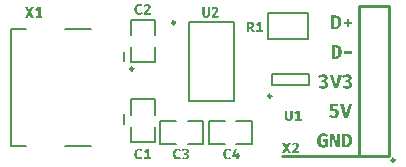
<source format=gto>
G04 Layer_Color=65535*
%FSLAX23Y23*%
%MOIN*%
G70*
G01*
G75*
%ADD18C,0.010*%
%ADD23C,0.010*%
%ADD24C,0.008*%
G36*
X1052Y489D02*
X1053Y489D01*
X1054Y489D01*
X1055Y489D01*
X1057Y488D01*
X1058Y488D01*
X1059Y488D01*
X1061Y487D01*
X1062Y487D01*
X1063Y486D01*
X1065Y486D01*
X1066Y485D01*
X1067Y484D01*
X1067Y484D01*
X1068Y484D01*
X1068Y484D01*
X1068Y483D01*
X1069Y483D01*
X1069Y482D01*
X1070Y481D01*
X1071Y480D01*
X1071Y479D01*
X1072Y478D01*
X1072Y476D01*
X1073Y474D01*
X1073Y473D01*
X1073Y471D01*
X1074Y468D01*
X1074Y466D01*
Y466D01*
Y466D01*
Y466D01*
X1074Y465D01*
Y465D01*
X1074Y464D01*
X1073Y463D01*
X1073Y462D01*
X1073Y462D01*
X1073Y461D01*
X1072Y459D01*
X1072Y457D01*
X1071Y454D01*
X1070Y453D01*
X1070Y452D01*
X1069Y451D01*
X1068Y450D01*
X1067Y449D01*
X1066Y448D01*
X1065Y447D01*
X1064Y446D01*
X1063Y446D01*
X1062Y445D01*
X1060Y444D01*
X1059Y444D01*
X1057Y443D01*
X1055Y443D01*
X1053Y443D01*
X1051Y443D01*
X1039D01*
Y489D01*
X1052D01*
X1052Y489D01*
D02*
G37*
G36*
X1110Y361D02*
X1084D01*
Y369D01*
X1110D01*
Y361D01*
D02*
G37*
G36*
X1054Y390D02*
X1055Y390D01*
X1056Y390D01*
X1057Y390D01*
X1058Y390D01*
X1060Y390D01*
X1061Y389D01*
X1062Y389D01*
X1064Y388D01*
X1065Y388D01*
X1066Y387D01*
X1068Y386D01*
X1069Y386D01*
X1069Y386D01*
X1069Y385D01*
X1070Y385D01*
X1070Y385D01*
X1070Y384D01*
X1071Y383D01*
X1072Y383D01*
X1072Y382D01*
X1073Y380D01*
X1073Y379D01*
X1074Y378D01*
X1074Y376D01*
X1075Y374D01*
X1075Y372D01*
X1075Y370D01*
X1075Y368D01*
Y368D01*
Y367D01*
Y367D01*
X1075Y367D01*
Y366D01*
X1075Y366D01*
X1075Y365D01*
X1075Y364D01*
X1075Y363D01*
X1075Y362D01*
X1074Y360D01*
X1073Y358D01*
X1073Y356D01*
X1072Y355D01*
X1071Y354D01*
X1071Y353D01*
X1070Y352D01*
X1069Y351D01*
X1068Y350D01*
X1067Y349D01*
X1066Y348D01*
X1065Y347D01*
X1063Y347D01*
X1062Y346D01*
X1060Y345D01*
X1059Y345D01*
X1057Y345D01*
X1055Y344D01*
X1053Y344D01*
X1041D01*
Y391D01*
X1053D01*
X1054Y390D01*
D02*
G37*
G36*
X1100Y468D02*
X1110D01*
Y460D01*
X1100D01*
Y449D01*
X1091D01*
Y460D01*
X1081D01*
Y468D01*
X1091D01*
Y478D01*
X1100D01*
Y468D01*
D02*
G37*
G36*
X726Y43D02*
X718Y23D01*
X724D01*
X725Y31D01*
X732D01*
Y23D01*
X735D01*
Y17D01*
X732D01*
Y10D01*
X724D01*
X724Y17D01*
X710D01*
Y22D01*
X719Y45D01*
X726Y43D01*
D02*
G37*
G36*
X401Y528D02*
X401D01*
X402Y528D01*
X403Y527D01*
X404Y527D01*
X405Y527D01*
X406Y527D01*
X406D01*
X406Y527D01*
X407Y527D01*
X407Y527D01*
X407Y526D01*
X408Y526D01*
X409Y526D01*
X409Y525D01*
X410Y525D01*
X411Y524D01*
X407Y519D01*
X407Y519D01*
X407Y519D01*
X407Y519D01*
X407Y519D01*
X406Y520D01*
X406Y520D01*
X406Y520D01*
X405Y520D01*
X404Y521D01*
X403Y521D01*
X402Y521D01*
X401Y522D01*
X400Y522D01*
X400D01*
X400Y522D01*
X399Y521D01*
X399Y521D01*
X398Y521D01*
X397Y521D01*
X397Y521D01*
X396Y520D01*
X396Y520D01*
X395Y520D01*
X395Y519D01*
X395Y519D01*
Y519D01*
X394Y518D01*
X394Y518D01*
X394Y518D01*
X394Y518D01*
X394Y517D01*
X394Y517D01*
X393Y516D01*
X393Y516D01*
X393Y515D01*
X393Y514D01*
X393Y513D01*
X393Y513D01*
X392Y512D01*
X392Y511D01*
X392Y510D01*
Y509D01*
Y509D01*
Y509D01*
X392Y509D01*
Y508D01*
X392Y507D01*
X393Y507D01*
X393Y506D01*
X393Y505D01*
X393Y503D01*
X394Y502D01*
X394Y501D01*
X395Y501D01*
X395Y500D01*
X395Y500D01*
X395Y500D01*
X395Y500D01*
X395Y500D01*
X396Y499D01*
X397Y499D01*
X398Y498D01*
X398Y498D01*
X399Y498D01*
X400Y498D01*
X400Y498D01*
X401D01*
X401Y498D01*
X402Y498D01*
X402Y498D01*
X403Y498D01*
X404Y498D01*
X404Y498D01*
X404Y498D01*
X405Y499D01*
X405Y499D01*
X405Y499D01*
X406Y499D01*
X407Y500D01*
X407Y500D01*
X408Y501D01*
X412Y496D01*
X412Y496D01*
X411Y496D01*
X411Y496D01*
X411Y495D01*
X410Y495D01*
X410Y494D01*
X409Y494D01*
X408Y494D01*
X408Y493D01*
X407Y493D01*
X406Y492D01*
X405Y492D01*
X404Y492D01*
X403Y491D01*
X401Y491D01*
X400Y491D01*
X400D01*
X399Y491D01*
X399D01*
X398Y491D01*
X398Y491D01*
X397Y492D01*
X396Y492D01*
X394Y492D01*
X393Y493D01*
X392Y493D01*
X392Y493D01*
X391Y493D01*
X391Y494D01*
X391Y494D01*
X391Y494D01*
X390Y494D01*
X390Y495D01*
X389Y496D01*
X388Y497D01*
X387Y498D01*
X386Y500D01*
Y500D01*
X386Y500D01*
X386Y500D01*
X386Y500D01*
X385Y501D01*
X385Y501D01*
X385Y502D01*
X385Y502D01*
X385Y503D01*
X385Y504D01*
X384Y505D01*
X384Y506D01*
X384Y506D01*
X384Y507D01*
X384Y510D01*
Y510D01*
Y510D01*
Y510D01*
X384Y510D01*
Y511D01*
X384Y512D01*
X384Y512D01*
X384Y513D01*
X384Y514D01*
X385Y516D01*
X385Y518D01*
X386Y519D01*
X386Y519D01*
X386Y519D01*
X386Y520D01*
X386Y520D01*
X387Y520D01*
X387Y521D01*
X387Y522D01*
X388Y523D01*
X389Y524D01*
X390Y525D01*
X392Y526D01*
X392Y526D01*
X392Y526D01*
X392Y526D01*
X392Y526D01*
X393Y526D01*
X393Y526D01*
X394Y526D01*
X394Y527D01*
X395Y527D01*
X395Y527D01*
X397Y527D01*
X398Y528D01*
X399Y528D01*
X401D01*
X401Y528D01*
D02*
G37*
G36*
X427D02*
X427D01*
X428Y528D01*
X429Y527D01*
X430Y527D01*
X431Y527D01*
X432Y526D01*
X433D01*
X433Y526D01*
X433Y526D01*
X433Y526D01*
X433Y526D01*
X434Y525D01*
X435Y525D01*
X435Y524D01*
X436Y523D01*
X437Y523D01*
X437Y523D01*
X437Y522D01*
X437Y522D01*
X437Y521D01*
X437Y520D01*
X438Y520D01*
X438Y519D01*
X438Y518D01*
Y518D01*
Y518D01*
Y517D01*
Y517D01*
X438Y517D01*
X438Y516D01*
X438Y515D01*
X437Y514D01*
X437Y513D01*
X437Y512D01*
Y512D01*
X437Y512D01*
X436Y512D01*
X436Y512D01*
X436Y512D01*
X436Y511D01*
X436Y510D01*
X435Y510D01*
X434Y509D01*
X433Y507D01*
X432Y506D01*
X432Y506D01*
X432Y506D01*
X432Y506D01*
X432Y506D01*
X431Y505D01*
X431Y505D01*
X431Y505D01*
X430Y504D01*
X430Y503D01*
X429Y503D01*
X428Y502D01*
X428Y501D01*
X427Y501D01*
X426Y500D01*
X425Y499D01*
X424Y498D01*
X439D01*
X438Y492D01*
X415D01*
Y498D01*
X415Y498D01*
X415Y498D01*
X415Y498D01*
X416Y499D01*
X416Y499D01*
X417Y500D01*
X418Y500D01*
X418Y501D01*
X420Y503D01*
X421Y504D01*
X423Y506D01*
X423Y506D01*
X424Y507D01*
X424Y507D01*
X424Y507D01*
X424Y507D01*
X425Y508D01*
X425Y508D01*
X425Y508D01*
X426Y509D01*
X426Y510D01*
X427Y511D01*
X428Y512D01*
X428Y513D01*
Y513D01*
X429Y513D01*
X429Y513D01*
X429Y513D01*
X429Y514D01*
X429Y515D01*
X430Y515D01*
X430Y516D01*
X430Y517D01*
Y517D01*
Y517D01*
Y517D01*
X430Y518D01*
X430Y518D01*
X430Y519D01*
X429Y519D01*
X429Y520D01*
X429Y520D01*
X429Y520D01*
X428Y521D01*
X428Y521D01*
X428Y521D01*
X427Y521D01*
X427Y521D01*
X426Y522D01*
X425Y522D01*
X425D01*
X425Y522D01*
X424Y521D01*
X424Y521D01*
X423Y521D01*
X422Y521D01*
X422Y521D01*
X422Y521D01*
X422Y521D01*
X421Y520D01*
X421Y520D01*
X420Y520D01*
X420Y519D01*
X420Y519D01*
X419Y518D01*
X414Y522D01*
X414Y522D01*
X414Y522D01*
X414Y522D01*
X415Y522D01*
X415Y523D01*
X416Y523D01*
X416Y524D01*
X417Y525D01*
X418Y525D01*
X419Y526D01*
X419D01*
X419Y526D01*
X419Y526D01*
X420Y526D01*
X420Y526D01*
X420Y527D01*
X421Y527D01*
X421Y527D01*
X422Y527D01*
X423Y527D01*
X425Y528D01*
X426Y528D01*
X427D01*
X427Y528D01*
D02*
G37*
G36*
X1061Y246D02*
X1048D01*
X1035Y292D01*
X1046D01*
X1055Y254D01*
X1063Y292D01*
X1075D01*
X1061Y246D01*
D02*
G37*
G36*
X1088Y95D02*
X1089Y95D01*
X1090Y95D01*
X1091Y95D01*
X1093Y95D01*
X1094Y94D01*
X1095Y94D01*
X1097Y94D01*
X1098Y93D01*
X1100Y93D01*
X1101Y92D01*
X1102Y91D01*
X1103Y90D01*
X1104Y90D01*
X1104Y90D01*
X1104Y90D01*
X1104Y89D01*
X1105Y89D01*
X1105Y88D01*
X1106Y87D01*
X1107Y86D01*
X1107Y85D01*
X1108Y84D01*
X1108Y82D01*
X1109Y81D01*
X1109Y79D01*
X1110Y77D01*
X1110Y75D01*
X1110Y72D01*
Y72D01*
Y72D01*
Y72D01*
X1110Y71D01*
Y71D01*
X1110Y70D01*
X1110Y70D01*
X1109Y69D01*
X1109Y68D01*
X1109Y67D01*
X1109Y65D01*
X1108Y63D01*
X1107Y61D01*
X1106Y60D01*
X1106Y59D01*
X1105Y58D01*
X1104Y57D01*
X1103Y56D01*
X1103Y55D01*
X1102Y54D01*
X1100Y53D01*
X1099Y52D01*
X1098Y51D01*
X1096Y51D01*
X1095Y50D01*
X1093Y50D01*
X1091Y49D01*
X1090Y49D01*
X1088Y49D01*
X1075D01*
Y95D01*
X1088D01*
X1088Y95D01*
D02*
G37*
G36*
X1096Y148D02*
X1083D01*
X1070Y194D01*
X1081D01*
X1090Y156D01*
X1099Y194D01*
X1110D01*
X1096Y148D01*
D02*
G37*
G36*
X1063Y186D02*
X1046D01*
Y176D01*
X1046D01*
X1046Y176D01*
X1046Y176D01*
X1047Y176D01*
X1047Y177D01*
X1048Y177D01*
X1049Y177D01*
X1050Y177D01*
X1052Y178D01*
X1053Y178D01*
X1053D01*
X1054Y178D01*
X1055Y178D01*
X1056Y177D01*
X1057Y177D01*
X1058Y176D01*
X1059Y176D01*
X1059D01*
X1060Y176D01*
X1060Y176D01*
X1060Y175D01*
X1061Y175D01*
X1062Y174D01*
X1063Y173D01*
X1063Y172D01*
X1064Y171D01*
Y171D01*
X1064Y171D01*
X1064Y170D01*
X1064Y170D01*
X1065Y169D01*
X1065Y168D01*
X1065Y167D01*
X1066Y166D01*
X1066Y164D01*
X1066Y163D01*
Y163D01*
Y163D01*
Y162D01*
Y162D01*
X1066Y162D01*
X1066Y161D01*
X1066Y160D01*
X1065Y159D01*
X1065Y157D01*
X1064Y156D01*
X1064Y154D01*
Y154D01*
X1063Y154D01*
X1063Y154D01*
X1063Y154D01*
X1063Y153D01*
X1062Y152D01*
X1061Y151D01*
X1060Y150D01*
X1059Y149D01*
X1057Y148D01*
X1057D01*
X1057Y148D01*
X1057Y148D01*
X1056Y148D01*
X1056Y148D01*
X1056Y148D01*
X1055Y148D01*
X1054Y147D01*
X1053Y147D01*
X1051Y147D01*
X1050Y146D01*
X1048Y146D01*
X1047D01*
X1046Y146D01*
X1046D01*
X1045Y147D01*
X1043Y147D01*
X1042Y147D01*
X1040Y148D01*
X1039Y148D01*
X1039D01*
X1039Y148D01*
X1039Y148D01*
X1038Y149D01*
X1038Y149D01*
X1037Y150D01*
X1036Y150D01*
X1035Y151D01*
X1033Y152D01*
X1032Y153D01*
X1038Y159D01*
X1039Y159D01*
X1039Y159D01*
X1039Y158D01*
X1040Y158D01*
X1040Y157D01*
X1041Y157D01*
X1041Y156D01*
X1042Y156D01*
X1042Y156D01*
X1043Y155D01*
X1043Y155D01*
X1044Y155D01*
X1044Y155D01*
X1045Y155D01*
X1046Y155D01*
X1047Y154D01*
X1047D01*
X1048Y155D01*
X1048Y155D01*
X1049Y155D01*
X1050Y155D01*
X1051Y155D01*
X1052Y156D01*
X1053Y157D01*
X1053Y157D01*
X1053Y157D01*
X1053Y158D01*
X1054Y158D01*
X1054Y159D01*
X1055Y160D01*
X1055Y161D01*
X1055Y163D01*
Y163D01*
Y163D01*
X1055Y163D01*
Y164D01*
X1055Y164D01*
X1055Y165D01*
X1054Y166D01*
X1054Y167D01*
X1054Y167D01*
X1053Y168D01*
X1053Y169D01*
X1052Y169D01*
X1052Y170D01*
X1051Y170D01*
X1050Y170D01*
X1049Y170D01*
X1048D01*
X1048Y170D01*
X1047Y170D01*
X1046Y170D01*
X1045Y170D01*
X1044Y169D01*
X1043Y169D01*
X1036D01*
Y194D01*
X1064D01*
X1063Y186D01*
D02*
G37*
G36*
X1068Y49D02*
X1055D01*
X1043Y86D01*
Y86D01*
Y86D01*
X1043Y86D01*
X1043Y85D01*
X1043Y85D01*
X1043Y84D01*
X1043Y84D01*
X1043Y83D01*
X1043Y82D01*
X1043Y80D01*
X1044Y78D01*
X1044Y76D01*
Y76D01*
Y76D01*
X1044Y76D01*
Y76D01*
X1044Y75D01*
Y75D01*
X1044Y74D01*
X1044Y73D01*
X1044Y72D01*
X1044Y70D01*
X1044Y68D01*
Y66D01*
Y49D01*
X1035D01*
Y95D01*
X1049D01*
X1060Y58D01*
Y58D01*
X1060Y59D01*
X1060Y59D01*
X1060Y60D01*
X1060Y61D01*
X1060Y62D01*
X1060Y63D01*
X1060Y65D01*
X1060Y66D01*
X1059Y68D01*
X1059Y69D01*
X1059Y71D01*
X1059Y74D01*
X1059Y78D01*
Y95D01*
X1068D01*
Y49D01*
D02*
G37*
G36*
X1094Y293D02*
X1094D01*
X1095Y293D01*
X1097Y293D01*
X1098Y293D01*
X1100Y292D01*
X1101Y292D01*
X1101D01*
X1101Y292D01*
X1101Y292D01*
X1102Y291D01*
X1102Y291D01*
X1103Y291D01*
X1104Y290D01*
X1105Y289D01*
X1106Y288D01*
X1106Y287D01*
X1106Y287D01*
X1107Y287D01*
X1107Y286D01*
X1107Y286D01*
X1108Y285D01*
X1108Y284D01*
X1108Y283D01*
X1108Y281D01*
Y281D01*
Y281D01*
Y281D01*
X1108Y281D01*
X1108Y280D01*
X1108Y279D01*
X1108Y278D01*
X1107Y277D01*
X1107Y276D01*
X1106Y274D01*
X1106Y274D01*
X1105Y274D01*
X1105Y274D01*
X1104Y273D01*
X1103Y272D01*
X1102Y272D01*
X1100Y271D01*
X1099Y270D01*
X1099D01*
X1099Y270D01*
X1100Y270D01*
X1101Y270D01*
X1101Y270D01*
X1102Y269D01*
X1103Y269D01*
X1104Y268D01*
X1105Y268D01*
X1106Y267D01*
X1107Y266D01*
X1108Y265D01*
X1109Y264D01*
X1109Y262D01*
X1110Y261D01*
X1110Y259D01*
Y259D01*
Y259D01*
Y259D01*
Y258D01*
X1110Y258D01*
X1110Y257D01*
X1109Y255D01*
X1109Y254D01*
X1108Y253D01*
X1108Y252D01*
Y252D01*
X1108Y252D01*
X1107Y251D01*
X1107Y251D01*
X1106Y250D01*
X1105Y249D01*
X1104Y248D01*
X1103Y247D01*
X1101Y247D01*
X1101D01*
X1101Y247D01*
X1101Y246D01*
X1101Y246D01*
X1100Y246D01*
X1100Y246D01*
X1099Y246D01*
X1099Y246D01*
X1097Y245D01*
X1096Y245D01*
X1094Y245D01*
X1092Y245D01*
X1091D01*
X1091Y245D01*
X1090D01*
X1089Y245D01*
X1088Y245D01*
X1086Y246D01*
X1084Y246D01*
X1083Y247D01*
X1083D01*
X1083Y247D01*
X1082Y247D01*
X1082Y247D01*
X1081Y247D01*
X1080Y248D01*
X1079Y249D01*
X1078Y250D01*
X1077Y251D01*
X1076Y252D01*
X1082Y257D01*
X1082Y257D01*
X1082Y257D01*
X1082Y257D01*
X1082Y257D01*
X1083Y256D01*
X1083Y256D01*
X1084Y255D01*
X1084Y255D01*
X1085Y255D01*
X1086Y254D01*
X1087Y254D01*
X1088Y253D01*
X1089Y253D01*
X1090Y253D01*
X1091Y253D01*
X1092D01*
X1092Y253D01*
X1093Y253D01*
X1094Y253D01*
X1095Y254D01*
X1096Y254D01*
X1097Y255D01*
X1097Y255D01*
X1097Y255D01*
X1098Y255D01*
X1098Y256D01*
X1098Y257D01*
X1099Y258D01*
X1099Y259D01*
X1099Y260D01*
Y260D01*
Y260D01*
X1099Y260D01*
X1099Y261D01*
X1099Y261D01*
X1099Y262D01*
X1098Y262D01*
X1098Y263D01*
X1098Y264D01*
X1097Y264D01*
X1096Y265D01*
X1096Y266D01*
X1095Y266D01*
X1094Y266D01*
X1093Y267D01*
X1091Y267D01*
X1087D01*
X1088Y274D01*
X1092D01*
X1092Y274D01*
X1093Y274D01*
X1094Y274D01*
X1095Y274D01*
X1095Y275D01*
X1096Y275D01*
X1096Y275D01*
X1097Y276D01*
X1097Y276D01*
X1097Y277D01*
X1098Y277D01*
X1098Y278D01*
X1098Y279D01*
X1098Y280D01*
Y280D01*
Y280D01*
X1098Y281D01*
X1098Y281D01*
X1098Y282D01*
X1097Y283D01*
X1097Y283D01*
X1096Y284D01*
X1096Y284D01*
X1096Y284D01*
X1096Y284D01*
X1095Y285D01*
X1094Y285D01*
X1093Y285D01*
X1092Y285D01*
X1091Y285D01*
X1091D01*
X1091Y285D01*
X1090Y285D01*
X1090Y285D01*
X1088Y285D01*
X1087Y284D01*
X1086Y284D01*
X1085Y284D01*
X1085Y283D01*
X1084Y283D01*
X1083Y282D01*
X1082Y281D01*
X1077Y287D01*
X1077Y287D01*
X1077Y287D01*
X1078Y288D01*
X1078Y288D01*
X1079Y289D01*
X1079Y289D01*
X1080Y290D01*
X1081Y290D01*
X1082Y291D01*
X1084Y291D01*
X1085Y292D01*
X1086Y292D01*
X1088Y293D01*
X1089Y293D01*
X1091Y293D01*
X1093Y293D01*
X1093D01*
X1094Y293D01*
D02*
G37*
G36*
X1014D02*
X1014D01*
X1016Y293D01*
X1017Y293D01*
X1018Y293D01*
X1020Y292D01*
X1021Y292D01*
X1021D01*
X1021Y292D01*
X1021Y292D01*
X1022Y291D01*
X1022Y291D01*
X1023Y291D01*
X1024Y290D01*
X1025Y289D01*
X1026Y288D01*
X1026Y287D01*
X1027Y287D01*
X1027Y287D01*
X1027Y286D01*
X1027Y286D01*
X1028Y285D01*
X1028Y284D01*
X1028Y283D01*
X1028Y281D01*
Y281D01*
Y281D01*
Y281D01*
X1028Y281D01*
X1028Y280D01*
X1028Y279D01*
X1028Y278D01*
X1027Y277D01*
X1027Y276D01*
X1026Y274D01*
X1026Y274D01*
X1025Y274D01*
X1025Y274D01*
X1024Y273D01*
X1023Y272D01*
X1022Y272D01*
X1021Y271D01*
X1019Y270D01*
X1019D01*
X1019Y270D01*
X1020Y270D01*
X1021Y270D01*
X1022Y270D01*
X1022Y269D01*
X1023Y269D01*
X1024Y268D01*
X1025Y268D01*
X1026Y267D01*
X1027Y266D01*
X1028Y265D01*
X1029Y264D01*
X1029Y262D01*
X1030Y261D01*
X1030Y259D01*
Y259D01*
Y259D01*
Y259D01*
Y258D01*
X1030Y258D01*
X1030Y257D01*
X1029Y255D01*
X1029Y254D01*
X1028Y253D01*
X1028Y252D01*
Y252D01*
X1028Y252D01*
X1027Y251D01*
X1027Y251D01*
X1026Y250D01*
X1025Y249D01*
X1024Y248D01*
X1023Y247D01*
X1022Y247D01*
X1021D01*
X1021Y247D01*
X1021Y246D01*
X1021Y246D01*
X1020Y246D01*
X1020Y246D01*
X1019Y246D01*
X1019Y246D01*
X1017Y245D01*
X1016Y245D01*
X1014Y245D01*
X1012Y245D01*
X1011D01*
X1011Y245D01*
X1010D01*
X1009Y245D01*
X1008Y245D01*
X1006Y246D01*
X1004Y246D01*
X1003Y247D01*
X1003D01*
X1003Y247D01*
X1002Y247D01*
X1002Y247D01*
X1001Y247D01*
X1000Y248D01*
X999Y249D01*
X998Y250D01*
X997Y251D01*
X996Y252D01*
X1002Y257D01*
X1002Y257D01*
X1002Y257D01*
X1002Y257D01*
X1002Y257D01*
X1003Y256D01*
X1003Y256D01*
X1004Y255D01*
X1004Y255D01*
X1005Y255D01*
X1006Y254D01*
X1007Y254D01*
X1008Y253D01*
X1009Y253D01*
X1010Y253D01*
X1011Y253D01*
X1012D01*
X1013Y253D01*
X1013Y253D01*
X1014Y253D01*
X1015Y254D01*
X1016Y254D01*
X1017Y255D01*
X1017Y255D01*
X1017Y255D01*
X1018Y255D01*
X1018Y256D01*
X1018Y257D01*
X1019Y258D01*
X1019Y259D01*
X1019Y260D01*
Y260D01*
Y260D01*
X1019Y260D01*
X1019Y261D01*
X1019Y261D01*
X1019Y262D01*
X1018Y262D01*
X1018Y263D01*
X1018Y264D01*
X1017Y264D01*
X1017Y265D01*
X1016Y266D01*
X1015Y266D01*
X1014Y266D01*
X1013Y267D01*
X1011Y267D01*
X1007D01*
X1008Y274D01*
X1012D01*
X1012Y274D01*
X1013Y274D01*
X1014Y274D01*
X1015Y274D01*
X1016Y275D01*
X1016Y275D01*
X1016Y275D01*
X1017Y276D01*
X1017Y276D01*
X1017Y277D01*
X1018Y277D01*
X1018Y278D01*
X1018Y279D01*
X1018Y280D01*
Y280D01*
Y280D01*
X1018Y281D01*
X1018Y281D01*
X1018Y282D01*
X1017Y283D01*
X1017Y283D01*
X1016Y284D01*
X1016Y284D01*
X1016Y284D01*
X1016Y284D01*
X1015Y285D01*
X1014Y285D01*
X1014Y285D01*
X1013Y285D01*
X1012Y285D01*
X1011D01*
X1011Y285D01*
X1010Y285D01*
X1010Y285D01*
X1009Y285D01*
X1007Y284D01*
X1006Y284D01*
X1006Y284D01*
X1005Y283D01*
X1004Y283D01*
X1003Y282D01*
X1002Y281D01*
X997Y287D01*
X997Y287D01*
X997Y287D01*
X998Y288D01*
X998Y288D01*
X999Y289D01*
X999Y289D01*
X1000Y290D01*
X1001Y290D01*
X1002Y291D01*
X1004Y291D01*
X1005Y292D01*
X1006Y292D01*
X1008Y293D01*
X1009Y293D01*
X1011Y293D01*
X1013Y293D01*
X1014D01*
X1014Y293D01*
D02*
G37*
G36*
X1016Y96D02*
X1016D01*
X1017Y96D01*
X1019Y96D01*
X1020Y96D01*
X1022Y95D01*
X1023Y95D01*
X1023D01*
X1023Y95D01*
X1023Y95D01*
X1023Y95D01*
X1024Y94D01*
X1025Y94D01*
X1026Y93D01*
X1027Y93D01*
X1028Y92D01*
X1029Y91D01*
X1024Y85D01*
X1023Y85D01*
X1023Y85D01*
X1023Y85D01*
X1022Y86D01*
X1022Y86D01*
X1021Y87D01*
X1020Y87D01*
X1019Y88D01*
X1019Y88D01*
X1019Y88D01*
X1019Y88D01*
X1018Y88D01*
X1018Y88D01*
X1017Y88D01*
X1016Y88D01*
X1015Y88D01*
X1015D01*
X1014Y88D01*
X1014Y88D01*
X1013Y88D01*
X1012Y88D01*
X1011Y87D01*
X1010Y87D01*
X1010Y87D01*
X1009Y86D01*
X1008Y86D01*
X1008Y85D01*
X1007Y84D01*
Y84D01*
X1007Y84D01*
X1007Y84D01*
X1007Y84D01*
X1007Y83D01*
X1006Y83D01*
X1006Y82D01*
X1006Y81D01*
X1006Y81D01*
X1005Y80D01*
X1005Y79D01*
X1005Y78D01*
X1005Y76D01*
X1005Y75D01*
X1005Y74D01*
X1004Y72D01*
Y72D01*
Y72D01*
Y71D01*
X1005Y71D01*
Y70D01*
X1005Y69D01*
X1005Y68D01*
X1005Y67D01*
X1005Y65D01*
X1005Y63D01*
X1006Y62D01*
X1006Y61D01*
X1006Y60D01*
X1007Y60D01*
Y60D01*
X1007Y60D01*
X1007Y59D01*
X1008Y59D01*
X1008Y58D01*
X1009Y57D01*
X1010Y57D01*
X1012Y56D01*
X1013Y56D01*
X1013Y56D01*
X1014D01*
X1015Y56D01*
X1015Y56D01*
X1016Y56D01*
X1017Y57D01*
X1018Y57D01*
X1019Y57D01*
Y68D01*
X1013D01*
X1012Y76D01*
X1029D01*
Y53D01*
X1029Y53D01*
X1029Y52D01*
X1029Y52D01*
X1028Y52D01*
X1027Y52D01*
X1027Y51D01*
X1026Y51D01*
X1025Y50D01*
X1023Y50D01*
X1022Y49D01*
X1021Y49D01*
X1020Y49D01*
X1018Y48D01*
X1017Y48D01*
X1015Y48D01*
X1013Y48D01*
X1013D01*
X1012Y48D01*
X1012D01*
X1011Y48D01*
X1010Y48D01*
X1009Y49D01*
X1008Y49D01*
X1007Y49D01*
X1005Y50D01*
X1004Y50D01*
X1003Y51D01*
X1002Y51D01*
X1000Y52D01*
X999Y53D01*
X998Y54D01*
X998Y54D01*
X998Y54D01*
X998Y55D01*
X998Y55D01*
X997Y56D01*
X997Y57D01*
X996Y58D01*
X996Y59D01*
X995Y60D01*
X995Y61D01*
X994Y63D01*
X994Y64D01*
X994Y66D01*
X993Y68D01*
X993Y70D01*
X993Y72D01*
Y72D01*
Y73D01*
Y73D01*
X993Y74D01*
Y74D01*
X993Y75D01*
X993Y76D01*
X994Y77D01*
X994Y79D01*
X994Y81D01*
X995Y83D01*
X996Y85D01*
X996Y85D01*
X996Y86D01*
X996Y86D01*
X997Y86D01*
X997Y87D01*
X997Y87D01*
X998Y88D01*
X999Y90D01*
X1000Y91D01*
X1002Y93D01*
X1004Y94D01*
X1004Y94D01*
X1004Y94D01*
X1004Y94D01*
X1005Y94D01*
X1005Y94D01*
X1006Y95D01*
X1006Y95D01*
X1007Y95D01*
X1008Y95D01*
X1009Y96D01*
X1010Y96D01*
X1012Y96D01*
X1015Y96D01*
X1015D01*
X1016Y96D01*
D02*
G37*
G36*
X696Y45D02*
X697D01*
X697Y45D01*
X698Y45D01*
X699Y45D01*
X701Y45D01*
X702Y44D01*
X702D01*
X702Y44D01*
X702Y44D01*
X702Y44D01*
X702Y44D01*
X703Y44D01*
X704Y43D01*
X705Y43D01*
X706Y42D01*
X706Y42D01*
X702Y37D01*
X702Y37D01*
X702Y37D01*
X702Y37D01*
X702Y37D01*
X702Y37D01*
X701Y38D01*
X701Y38D01*
X700Y38D01*
X699Y38D01*
X698Y39D01*
X697Y39D01*
X696Y39D01*
X696Y39D01*
X695D01*
X695Y39D01*
X695Y39D01*
X694Y39D01*
X693Y39D01*
X693Y39D01*
X692Y38D01*
X692Y38D01*
X691Y38D01*
X691Y37D01*
X690Y37D01*
X690Y36D01*
Y36D01*
X690Y36D01*
X690Y36D01*
X689Y36D01*
X689Y35D01*
X689Y35D01*
X689Y35D01*
X689Y34D01*
X689Y33D01*
X688Y33D01*
X688Y32D01*
X688Y31D01*
X688Y30D01*
X688Y29D01*
X688Y28D01*
X688Y27D01*
Y27D01*
Y27D01*
Y27D01*
X688Y26D01*
Y26D01*
X688Y25D01*
X688Y25D01*
X688Y24D01*
X688Y22D01*
X689Y21D01*
X689Y19D01*
X689Y19D01*
X690Y18D01*
X690Y18D01*
X690Y18D01*
X690Y18D01*
X690Y18D01*
X691Y17D01*
X691Y17D01*
X692Y16D01*
X693Y16D01*
X694Y16D01*
X694Y15D01*
X695Y15D01*
X696Y15D01*
X696D01*
X696Y15D01*
X697Y15D01*
X698Y16D01*
X698Y16D01*
X699Y16D01*
X700Y16D01*
X700Y16D01*
X700Y16D01*
X700Y16D01*
X701Y17D01*
X701Y17D01*
X702Y17D01*
X702Y18D01*
X703Y18D01*
X707Y14D01*
X707Y14D01*
X707Y13D01*
X706Y13D01*
X706Y13D01*
X706Y13D01*
X705Y12D01*
X704Y12D01*
X704Y11D01*
X703Y11D01*
X702Y10D01*
X701Y10D01*
X700Y10D01*
X699Y9D01*
X698Y9D01*
X697Y9D01*
X695Y9D01*
X695D01*
X694Y9D01*
X694D01*
X694Y9D01*
X693Y9D01*
X692Y9D01*
X691Y9D01*
X690Y10D01*
X688Y10D01*
X687Y11D01*
X687Y11D01*
X687Y11D01*
X686Y11D01*
X686Y11D01*
X686Y12D01*
X686Y12D01*
X685Y13D01*
X684Y14D01*
X683Y15D01*
X682Y16D01*
X681Y17D01*
Y17D01*
X681Y17D01*
X681Y18D01*
X681Y18D01*
X681Y18D01*
X681Y19D01*
X680Y19D01*
X680Y20D01*
X680Y21D01*
X680Y22D01*
X680Y22D01*
X679Y23D01*
X679Y24D01*
X679Y25D01*
X679Y27D01*
Y27D01*
Y27D01*
Y28D01*
X679Y28D01*
Y29D01*
X679Y29D01*
X679Y30D01*
X679Y31D01*
X680Y32D01*
X680Y34D01*
X681Y35D01*
X681Y37D01*
X681Y37D01*
X681Y37D01*
X681Y37D01*
X682Y38D01*
X682Y38D01*
X682Y38D01*
X683Y39D01*
X684Y40D01*
X685Y41D01*
X686Y42D01*
X687Y43D01*
X687Y43D01*
X687Y43D01*
X687Y43D01*
X688Y44D01*
X688Y44D01*
X688Y44D01*
X689Y44D01*
X689Y44D01*
X690Y45D01*
X691Y45D01*
X692Y45D01*
X694Y45D01*
X694Y45D01*
X696D01*
X696Y45D01*
D02*
G37*
G36*
X935Y144D02*
X941D01*
Y138D01*
X919D01*
Y144D01*
X927D01*
Y165D01*
X920Y160D01*
X917Y166D01*
X928Y172D01*
X935D01*
Y144D01*
D02*
G37*
G36*
X912Y149D02*
Y149D01*
Y149D01*
Y149D01*
Y149D01*
X912Y148D01*
Y148D01*
X911Y147D01*
X911Y146D01*
X911Y145D01*
X911Y144D01*
X910Y143D01*
Y143D01*
X910Y143D01*
X910Y143D01*
X910Y142D01*
X910Y142D01*
X909Y141D01*
X908Y141D01*
X908Y140D01*
X907Y139D01*
X906Y139D01*
X906D01*
X906Y138D01*
X906Y138D01*
X905Y138D01*
X905Y138D01*
X905Y138D01*
X904Y138D01*
X904Y138D01*
X903Y137D01*
X902Y137D01*
X900Y137D01*
X899Y137D01*
X898D01*
X898Y137D01*
X897Y137D01*
X897Y137D01*
X896Y137D01*
X895Y137D01*
X894Y138D01*
X893Y138D01*
X892Y138D01*
X891Y139D01*
X890Y139D01*
X890Y140D01*
X889Y140D01*
X889Y140D01*
X889Y140D01*
X889Y141D01*
X889Y141D01*
X888Y141D01*
X888Y142D01*
X888Y142D01*
X887Y143D01*
X887Y143D01*
X887Y144D01*
X887Y145D01*
X886Y146D01*
X886Y146D01*
X886Y147D01*
X886Y148D01*
X886Y149D01*
Y172D01*
X894D01*
Y152D01*
Y152D01*
Y152D01*
Y152D01*
Y152D01*
Y152D01*
Y151D01*
X894Y151D01*
X894Y150D01*
X894Y149D01*
X894Y148D01*
X894Y147D01*
Y147D01*
X894Y147D01*
X895Y146D01*
X895Y146D01*
X895Y145D01*
X895Y145D01*
X895Y144D01*
X896Y144D01*
X896Y144D01*
X896Y144D01*
X896Y144D01*
X897Y144D01*
X897Y143D01*
X897Y143D01*
X898Y143D01*
X899Y143D01*
X899D01*
X899Y143D01*
X900Y143D01*
X900Y143D01*
X901Y143D01*
X901Y144D01*
X902Y144D01*
X902Y144D01*
X902Y144D01*
X902Y144D01*
X902Y145D01*
X902Y145D01*
X903Y146D01*
X903Y146D01*
X903Y147D01*
Y147D01*
X903Y147D01*
X903Y148D01*
X903Y148D01*
X903Y149D01*
X903Y150D01*
X903Y151D01*
Y152D01*
Y172D01*
X912D01*
Y149D01*
D02*
G37*
G36*
X555Y45D02*
X555D01*
X556Y45D01*
X557Y45D01*
X558Y45D01*
X559Y45D01*
X560Y44D01*
X560D01*
X560Y44D01*
X560Y44D01*
X560Y44D01*
X561Y44D01*
X562Y43D01*
X562Y43D01*
X563Y42D01*
X563Y42D01*
X564Y41D01*
X564Y41D01*
X564Y41D01*
X565Y40D01*
X565Y40D01*
X565Y39D01*
X565Y38D01*
X565Y37D01*
X566Y36D01*
Y36D01*
Y36D01*
Y36D01*
X565Y36D01*
X565Y35D01*
X565Y35D01*
X565Y34D01*
X565Y33D01*
X564Y32D01*
X564Y31D01*
X564Y31D01*
X563Y31D01*
X563Y31D01*
X562Y30D01*
X562Y30D01*
X561Y29D01*
X560Y29D01*
X558Y28D01*
X559D01*
X559Y28D01*
X559Y28D01*
X560Y28D01*
X560Y28D01*
X561Y27D01*
X562Y27D01*
X563Y27D01*
X563Y26D01*
X564Y26D01*
X565Y25D01*
X565Y24D01*
X566Y23D01*
X566Y22D01*
X567Y21D01*
X567Y20D01*
Y20D01*
Y19D01*
Y19D01*
Y19D01*
X567Y19D01*
X566Y18D01*
X566Y17D01*
X566Y16D01*
X566Y15D01*
X565Y14D01*
Y14D01*
X565Y14D01*
X565Y14D01*
X564Y13D01*
X564Y13D01*
X563Y12D01*
X562Y12D01*
X561Y11D01*
X560Y10D01*
X560D01*
X560Y10D01*
X560Y10D01*
X560Y10D01*
X559Y10D01*
X559Y10D01*
X559Y10D01*
X558Y10D01*
X557Y9D01*
X556Y9D01*
X555Y9D01*
X553Y9D01*
X553D01*
X552Y9D01*
X552D01*
X551Y9D01*
X550Y9D01*
X549Y10D01*
X548Y10D01*
X546Y10D01*
X546D01*
X546Y10D01*
X546Y10D01*
X546Y11D01*
X545Y11D01*
X545Y11D01*
X544Y12D01*
X543Y13D01*
X542Y13D01*
X541Y14D01*
X545Y18D01*
X546Y18D01*
X546Y18D01*
X546Y18D01*
X546Y18D01*
X546Y18D01*
X547Y17D01*
X547Y17D01*
X547Y17D01*
X548Y16D01*
X548Y16D01*
X550Y16D01*
X550Y15D01*
X551Y15D01*
X552Y15D01*
X553Y15D01*
X553D01*
X554Y15D01*
X554Y15D01*
X555Y15D01*
X556Y16D01*
X556Y16D01*
X557Y16D01*
X557Y16D01*
X557Y17D01*
X557Y17D01*
X558Y17D01*
X558Y18D01*
X558Y19D01*
X558Y19D01*
X559Y20D01*
Y20D01*
Y20D01*
X558Y21D01*
X558Y21D01*
X558Y21D01*
X558Y22D01*
X558Y22D01*
X558Y23D01*
X557Y23D01*
X557Y24D01*
X557Y24D01*
X556Y25D01*
X555Y25D01*
X555Y25D01*
X554Y25D01*
X553Y25D01*
X550D01*
X550Y31D01*
X553D01*
X553Y31D01*
X554Y31D01*
X555Y31D01*
X555Y31D01*
X556Y31D01*
X556Y32D01*
X556Y32D01*
X557Y32D01*
X557Y32D01*
X557Y33D01*
X557Y33D01*
X558Y34D01*
X558Y34D01*
X558Y35D01*
Y35D01*
Y36D01*
X558Y36D01*
X558Y36D01*
X558Y37D01*
X557Y37D01*
X557Y38D01*
X556Y38D01*
X556Y38D01*
X556Y39D01*
X556Y39D01*
X555Y39D01*
X555Y39D01*
X554Y39D01*
X554Y39D01*
X553Y39D01*
X552D01*
X552Y39D01*
X552Y39D01*
X551Y39D01*
X551Y39D01*
X549Y39D01*
X549Y39D01*
X548Y38D01*
X548Y38D01*
X547Y37D01*
X547Y37D01*
X546Y36D01*
X542Y41D01*
X542Y41D01*
X542Y41D01*
X542Y41D01*
X543Y41D01*
X543Y42D01*
X544Y42D01*
X544Y43D01*
X545Y43D01*
X546Y43D01*
X547Y44D01*
X548Y44D01*
X549Y45D01*
X550Y45D01*
X551Y45D01*
X552Y45D01*
X554Y45D01*
X554D01*
X555Y45D01*
D02*
G37*
G36*
X529D02*
X529D01*
X530Y45D01*
X531Y45D01*
X532Y45D01*
X533Y45D01*
X534Y44D01*
X534D01*
X534Y44D01*
X534Y44D01*
X535Y44D01*
X535Y44D01*
X536Y44D01*
X537Y43D01*
X537Y43D01*
X538Y42D01*
X539Y42D01*
X535Y37D01*
X535Y37D01*
X535Y37D01*
X535Y37D01*
X535Y37D01*
X534Y37D01*
X534Y38D01*
X534Y38D01*
X533Y38D01*
X532Y38D01*
X531Y39D01*
X530Y39D01*
X529Y39D01*
X528Y39D01*
X528D01*
X528Y39D01*
X527Y39D01*
X527Y39D01*
X526Y39D01*
X525Y39D01*
X525Y38D01*
X524Y38D01*
X524Y38D01*
X523Y37D01*
X523Y37D01*
X522Y36D01*
Y36D01*
X522Y36D01*
X522Y36D01*
X522Y36D01*
X522Y35D01*
X522Y35D01*
X522Y35D01*
X521Y34D01*
X521Y33D01*
X521Y33D01*
X521Y32D01*
X521Y31D01*
X521Y30D01*
X520Y29D01*
X520Y28D01*
X520Y27D01*
Y27D01*
Y27D01*
Y27D01*
X520Y26D01*
Y26D01*
X520Y25D01*
X521Y25D01*
X521Y24D01*
X521Y22D01*
X521Y21D01*
X522Y19D01*
X522Y19D01*
X522Y18D01*
X523Y18D01*
X523Y18D01*
X523Y18D01*
X523Y18D01*
X523Y17D01*
X524Y17D01*
X525Y16D01*
X526Y16D01*
X526Y16D01*
X527Y15D01*
X528Y15D01*
X528Y15D01*
X529D01*
X529Y15D01*
X530Y15D01*
X530Y16D01*
X531Y16D01*
X532Y16D01*
X532Y16D01*
X532Y16D01*
X533Y16D01*
X533Y16D01*
X533Y17D01*
X534Y17D01*
X535Y17D01*
X535Y18D01*
X536Y18D01*
X540Y14D01*
X540Y14D01*
X539Y13D01*
X539Y13D01*
X539Y13D01*
X538Y13D01*
X538Y12D01*
X537Y12D01*
X536Y11D01*
X536Y11D01*
X535Y10D01*
X534Y10D01*
X533Y10D01*
X532Y9D01*
X530Y9D01*
X529Y9D01*
X528Y9D01*
X527D01*
X527Y9D01*
X527D01*
X526Y9D01*
X526Y9D01*
X525Y9D01*
X524Y9D01*
X522Y10D01*
X521Y10D01*
X520Y11D01*
X519Y11D01*
X519Y11D01*
X519Y11D01*
X519Y11D01*
X519Y12D01*
X518Y12D01*
X517Y13D01*
X517Y14D01*
X516Y15D01*
X515Y16D01*
X514Y17D01*
Y17D01*
X514Y17D01*
X514Y18D01*
X514Y18D01*
X513Y18D01*
X513Y19D01*
X513Y19D01*
X513Y20D01*
X513Y21D01*
X512Y22D01*
X512Y22D01*
X512Y23D01*
X512Y24D01*
X512Y25D01*
X512Y27D01*
Y27D01*
Y27D01*
Y28D01*
X512Y28D01*
Y29D01*
X512Y29D01*
X512Y30D01*
X512Y31D01*
X512Y32D01*
X513Y34D01*
X513Y35D01*
X514Y37D01*
X514Y37D01*
X514Y37D01*
X514Y37D01*
X514Y38D01*
X515Y38D01*
X515Y38D01*
X515Y39D01*
X516Y40D01*
X517Y41D01*
X518Y42D01*
X520Y43D01*
X520Y43D01*
X520Y43D01*
X520Y43D01*
X520Y44D01*
X521Y44D01*
X521Y44D01*
X522Y44D01*
X522Y44D01*
X523Y45D01*
X523Y45D01*
X525Y45D01*
X526Y45D01*
X527Y45D01*
X529D01*
X529Y45D01*
D02*
G37*
G36*
X653Y518D02*
X653D01*
X654Y518D01*
X655Y517D01*
X656Y517D01*
X657Y517D01*
X658Y516D01*
X658D01*
X659Y516D01*
X659Y516D01*
X659Y516D01*
X659Y516D01*
X660Y516D01*
X661Y515D01*
X661Y514D01*
X662Y514D01*
X662Y513D01*
X663Y513D01*
X663Y512D01*
X663Y512D01*
X663Y511D01*
X663Y511D01*
X664Y510D01*
X664Y509D01*
X664Y508D01*
Y508D01*
Y508D01*
Y508D01*
Y507D01*
X664Y507D01*
X664Y506D01*
X664Y505D01*
X663Y504D01*
X663Y503D01*
X663Y502D01*
Y502D01*
X663Y502D01*
X662Y502D01*
X662Y502D01*
X662Y502D01*
X662Y501D01*
X662Y501D01*
X661Y500D01*
X660Y499D01*
X659Y498D01*
X658Y496D01*
X658Y496D01*
X658Y496D01*
X658Y496D01*
X658Y496D01*
X657Y496D01*
X657Y495D01*
X657Y495D01*
X656Y494D01*
X656Y494D01*
X655Y493D01*
X654Y492D01*
X653Y492D01*
X653Y491D01*
X652Y490D01*
X651Y489D01*
X650Y488D01*
X665D01*
X664Y482D01*
X641D01*
Y488D01*
X641Y488D01*
X641Y488D01*
X641Y488D01*
X642Y489D01*
X642Y489D01*
X643Y490D01*
X644Y491D01*
X644Y491D01*
X646Y493D01*
X647Y494D01*
X649Y496D01*
X649Y496D01*
X650Y497D01*
X650Y497D01*
X650Y497D01*
X650Y497D01*
X651Y498D01*
X651Y498D01*
X651Y498D01*
X652Y499D01*
X652Y500D01*
X653Y501D01*
X654Y502D01*
X654Y503D01*
Y503D01*
X654Y503D01*
X655Y503D01*
X655Y504D01*
X655Y504D01*
X655Y505D01*
X656Y506D01*
X656Y506D01*
X656Y507D01*
Y507D01*
Y507D01*
Y508D01*
X656Y508D01*
X656Y508D01*
X656Y509D01*
X655Y509D01*
X655Y510D01*
X655Y511D01*
X655Y511D01*
X654Y511D01*
X654Y511D01*
X654Y511D01*
X653Y511D01*
X653Y512D01*
X652Y512D01*
X651Y512D01*
X651D01*
X650Y512D01*
X650Y512D01*
X649Y512D01*
X649Y511D01*
X648Y511D01*
X648Y511D01*
X648Y511D01*
X648Y511D01*
X647Y511D01*
X647Y510D01*
X646Y510D01*
X646Y509D01*
X645Y509D01*
X645Y508D01*
X640Y512D01*
X640Y512D01*
X640Y512D01*
X640Y512D01*
X640Y512D01*
X641Y513D01*
X642Y513D01*
X642Y514D01*
X643Y515D01*
X644Y516D01*
X645Y516D01*
X645D01*
X645Y516D01*
X645Y516D01*
X646Y517D01*
X646Y517D01*
X646Y517D01*
X647Y517D01*
X647Y517D01*
X648Y517D01*
X649Y518D01*
X650Y518D01*
X652Y518D01*
X653D01*
X653Y518D01*
D02*
G37*
G36*
X636Y494D02*
Y494D01*
Y494D01*
Y494D01*
Y493D01*
X636Y493D01*
Y493D01*
X636Y492D01*
X636Y491D01*
X635Y490D01*
X635Y489D01*
X635Y487D01*
Y487D01*
X635Y487D01*
X634Y487D01*
X634Y487D01*
X634Y486D01*
X633Y486D01*
X633Y485D01*
X632Y484D01*
X631Y484D01*
X630Y483D01*
X630D01*
X630Y483D01*
X630Y483D01*
X630Y483D01*
X629Y483D01*
X629Y483D01*
X629Y482D01*
X628Y482D01*
X627Y482D01*
X626Y482D01*
X625Y481D01*
X623Y481D01*
X623D01*
X622Y481D01*
X622Y482D01*
X621Y482D01*
X620Y482D01*
X620Y482D01*
X618Y482D01*
X617Y483D01*
X616Y483D01*
X616Y483D01*
X615Y484D01*
X614Y484D01*
X614Y485D01*
X613Y485D01*
X613Y485D01*
X613Y485D01*
X613Y485D01*
X613Y486D01*
X612Y486D01*
X612Y487D01*
X612Y487D01*
X612Y488D01*
X611Y488D01*
X611Y489D01*
X611Y490D01*
X611Y491D01*
X610Y492D01*
X610Y493D01*
X610Y494D01*
Y517D01*
X618D01*
Y497D01*
Y497D01*
Y497D01*
Y497D01*
Y496D01*
Y496D01*
Y496D01*
X619Y495D01*
X619Y494D01*
X619Y493D01*
X619Y492D01*
X619Y492D01*
Y491D01*
X619Y491D01*
X619Y491D01*
X619Y490D01*
X619Y490D01*
X620Y489D01*
X620Y489D01*
X620Y489D01*
X620Y488D01*
X620Y488D01*
X621Y488D01*
X621Y488D01*
X621Y488D01*
X622Y488D01*
X622Y488D01*
X623Y488D01*
X623D01*
X624Y488D01*
X624Y488D01*
X625Y488D01*
X625Y488D01*
X626Y488D01*
X626Y489D01*
X626Y489D01*
X626Y489D01*
X626Y489D01*
X627Y489D01*
X627Y490D01*
X627Y490D01*
X627Y491D01*
X627Y492D01*
Y492D01*
X627Y492D01*
X628Y492D01*
X628Y493D01*
X628Y494D01*
X628Y495D01*
X628Y496D01*
Y497D01*
Y517D01*
X636D01*
Y494D01*
D02*
G37*
G36*
X433Y16D02*
X440D01*
Y10D01*
X417D01*
Y16D01*
X426D01*
Y37D01*
X418Y32D01*
X415Y38D01*
X426Y44D01*
X433D01*
Y16D01*
D02*
G37*
G36*
X401Y45D02*
X401D01*
X402Y45D01*
X403Y45D01*
X404Y45D01*
X405Y45D01*
X406Y44D01*
X406D01*
X406Y44D01*
X407Y44D01*
X407Y44D01*
X407Y44D01*
X408Y44D01*
X409Y43D01*
X409Y43D01*
X410Y42D01*
X411Y42D01*
X407Y37D01*
X407Y37D01*
X407Y37D01*
X407Y37D01*
X407Y37D01*
X406Y37D01*
X406Y38D01*
X406Y38D01*
X405Y38D01*
X404Y38D01*
X403Y39D01*
X402Y39D01*
X401Y39D01*
X400Y39D01*
X400D01*
X400Y39D01*
X399Y39D01*
X399Y39D01*
X398Y39D01*
X397Y39D01*
X397Y38D01*
X396Y38D01*
X396Y38D01*
X395Y37D01*
X395Y37D01*
X395Y36D01*
Y36D01*
X394Y36D01*
X394Y36D01*
X394Y36D01*
X394Y35D01*
X394Y35D01*
X394Y35D01*
X393Y34D01*
X393Y33D01*
X393Y33D01*
X393Y32D01*
X393Y31D01*
X393Y30D01*
X392Y29D01*
X392Y28D01*
X392Y27D01*
Y27D01*
Y27D01*
Y27D01*
X392Y26D01*
Y26D01*
X392Y25D01*
X393Y25D01*
X393Y24D01*
X393Y22D01*
X393Y21D01*
X394Y19D01*
X394Y19D01*
X395Y18D01*
X395Y18D01*
X395Y18D01*
X395Y18D01*
X395Y18D01*
X395Y17D01*
X396Y17D01*
X397Y16D01*
X398Y16D01*
X398Y16D01*
X399Y15D01*
X400Y15D01*
X400Y15D01*
X401D01*
X401Y15D01*
X402Y15D01*
X402Y16D01*
X403Y16D01*
X404Y16D01*
X404Y16D01*
X404Y16D01*
X405Y16D01*
X405Y16D01*
X405Y17D01*
X406Y17D01*
X407Y17D01*
X407Y18D01*
X408Y18D01*
X412Y14D01*
X412Y14D01*
X411Y13D01*
X411Y13D01*
X411Y13D01*
X410Y13D01*
X410Y12D01*
X409Y12D01*
X408Y11D01*
X408Y11D01*
X407Y10D01*
X406Y10D01*
X405Y10D01*
X404Y9D01*
X403Y9D01*
X401Y9D01*
X400Y9D01*
X400D01*
X399Y9D01*
X399D01*
X398Y9D01*
X398Y9D01*
X397Y9D01*
X396Y9D01*
X394Y10D01*
X393Y10D01*
X392Y11D01*
X392Y11D01*
X391Y11D01*
X391Y11D01*
X391Y11D01*
X391Y12D01*
X390Y12D01*
X390Y13D01*
X389Y14D01*
X388Y15D01*
X387Y16D01*
X386Y17D01*
Y17D01*
X386Y17D01*
X386Y18D01*
X386Y18D01*
X385Y18D01*
X385Y19D01*
X385Y19D01*
X385Y20D01*
X385Y21D01*
X385Y22D01*
X384Y22D01*
X384Y23D01*
X384Y24D01*
X384Y25D01*
X384Y27D01*
Y27D01*
Y27D01*
Y28D01*
X384Y28D01*
Y29D01*
X384Y29D01*
X384Y30D01*
X384Y31D01*
X384Y32D01*
X385Y34D01*
X385Y35D01*
X386Y37D01*
X386Y37D01*
X386Y37D01*
X386Y37D01*
X386Y38D01*
X387Y38D01*
X387Y38D01*
X387Y39D01*
X388Y40D01*
X389Y41D01*
X390Y42D01*
X392Y43D01*
X392Y43D01*
X392Y43D01*
X392Y43D01*
X392Y44D01*
X393Y44D01*
X393Y44D01*
X394Y44D01*
X394Y44D01*
X395Y45D01*
X395Y45D01*
X397Y45D01*
X398Y45D01*
X399Y45D01*
X401D01*
X401Y45D01*
D02*
G37*
G36*
X896Y48D02*
X906Y30D01*
X897D01*
X891Y43D01*
X885Y30D01*
X876D01*
X886Y48D01*
X877Y64D01*
X886D01*
X891Y53D01*
X896Y64D01*
X905D01*
X896Y48D01*
D02*
G37*
G36*
X71Y488D02*
X77D01*
Y482D01*
X55D01*
Y488D01*
X63D01*
Y509D01*
X56Y505D01*
X52Y510D01*
X64Y517D01*
X71D01*
Y488D01*
D02*
G37*
G36*
X806Y439D02*
X813D01*
Y433D01*
X790D01*
Y439D01*
X798D01*
Y460D01*
X791Y455D01*
X788Y461D01*
X799Y468D01*
X806D01*
Y439D01*
D02*
G37*
G36*
X39Y501D02*
X49Y482D01*
X40D01*
X34Y495D01*
X28Y482D01*
X20D01*
X29Y501D01*
X20Y517D01*
X29D01*
X34Y506D01*
X40Y517D01*
X48D01*
X39Y501D01*
D02*
G37*
G36*
X770Y468D02*
X771Y468D01*
X771Y468D01*
X772Y468D01*
X773Y467D01*
X775Y467D01*
X776Y467D01*
X777Y466D01*
X778Y466D01*
X779Y466D01*
X779Y465D01*
X780Y465D01*
X780Y465D01*
X780Y465D01*
X780Y465D01*
X780Y464D01*
X781Y464D01*
X781Y464D01*
X781Y463D01*
X782Y463D01*
X782Y462D01*
X782Y461D01*
X782Y461D01*
X783Y460D01*
X783Y459D01*
X783Y458D01*
X783Y457D01*
Y457D01*
Y457D01*
Y457D01*
X783Y457D01*
Y456D01*
X783Y456D01*
X783Y455D01*
X783Y454D01*
X782Y453D01*
X782Y452D01*
X781Y451D01*
Y451D01*
X781Y451D01*
X781Y451D01*
X780Y450D01*
X780Y450D01*
X779Y449D01*
X778Y449D01*
X777Y448D01*
X776Y448D01*
X785Y433D01*
X776D01*
X768Y446D01*
X766D01*
Y433D01*
X758D01*
Y468D01*
X769D01*
X770Y468D01*
D02*
G37*
G36*
X921Y65D02*
X921D01*
X922Y65D01*
X923Y65D01*
X924Y65D01*
X925Y64D01*
X926Y64D01*
X926D01*
X926Y64D01*
X926Y64D01*
X927Y63D01*
X927Y63D01*
X928Y63D01*
X928Y62D01*
X929Y62D01*
X930Y61D01*
X930Y60D01*
X930Y60D01*
X930Y60D01*
X931Y59D01*
X931Y59D01*
X931Y58D01*
X931Y57D01*
X931Y56D01*
X932Y55D01*
Y55D01*
Y55D01*
Y55D01*
Y55D01*
X931Y54D01*
X931Y53D01*
X931Y53D01*
X931Y52D01*
X931Y51D01*
X930Y50D01*
Y50D01*
X930Y50D01*
X930Y49D01*
X930Y49D01*
X930Y49D01*
X930Y49D01*
X929Y48D01*
X929Y47D01*
X928Y46D01*
X927Y45D01*
X926Y44D01*
X926Y44D01*
X926Y44D01*
X926Y43D01*
X925Y43D01*
X925Y43D01*
X925Y42D01*
X924Y42D01*
X924Y41D01*
X923Y41D01*
X923Y40D01*
X922Y40D01*
X921Y39D01*
X920Y38D01*
X919Y37D01*
X919Y36D01*
X918Y36D01*
X932D01*
X931Y30D01*
X908D01*
Y35D01*
X909Y35D01*
X909Y35D01*
X909Y36D01*
X909Y36D01*
X910Y37D01*
X911Y37D01*
X911Y38D01*
X912Y39D01*
X913Y40D01*
X915Y42D01*
X916Y43D01*
X917Y44D01*
X918Y44D01*
X918Y44D01*
X918Y45D01*
X918Y45D01*
X918Y45D01*
X918Y45D01*
X919Y46D01*
X919Y46D01*
X920Y47D01*
X921Y48D01*
X921Y49D01*
X922Y50D01*
Y50D01*
X922Y50D01*
X922Y50D01*
X923Y51D01*
X923Y51D01*
X923Y52D01*
X923Y53D01*
X923Y54D01*
X923Y54D01*
Y54D01*
Y55D01*
Y55D01*
X923Y55D01*
X923Y56D01*
X923Y56D01*
X923Y57D01*
X923Y57D01*
X922Y58D01*
X922Y58D01*
X922Y58D01*
X922Y58D01*
X921Y58D01*
X921Y59D01*
X920Y59D01*
X920Y59D01*
X919Y59D01*
X918D01*
X918Y59D01*
X918Y59D01*
X917Y59D01*
X917Y59D01*
X916Y58D01*
X915Y58D01*
X915Y58D01*
X915Y58D01*
X915Y58D01*
X915Y57D01*
X914Y57D01*
X914Y57D01*
X913Y56D01*
X913Y55D01*
X908Y59D01*
X908Y59D01*
X908Y59D01*
X908Y59D01*
X908Y60D01*
X909Y60D01*
X909Y61D01*
X910Y61D01*
X911Y62D01*
X912Y63D01*
X913Y64D01*
X913D01*
X913Y64D01*
X913Y64D01*
X913Y64D01*
X913Y64D01*
X914Y64D01*
X914Y64D01*
X915Y64D01*
X916Y65D01*
X917Y65D01*
X918Y65D01*
X920Y65D01*
X920D01*
X921Y65D01*
D02*
G37*
%LPC*%
G36*
X1052Y481D02*
X1050D01*
Y451D01*
X1053D01*
X1053Y451D01*
X1053Y451D01*
X1054Y451D01*
X1055Y451D01*
X1056Y452D01*
X1057Y452D01*
X1058Y453D01*
X1059Y453D01*
X1059Y454D01*
X1060Y454D01*
Y454D01*
X1060Y454D01*
X1060Y455D01*
X1060Y455D01*
X1060Y455D01*
X1061Y456D01*
X1061Y456D01*
X1061Y457D01*
X1061Y458D01*
X1062Y459D01*
X1062Y460D01*
X1062Y461D01*
X1062Y462D01*
X1062Y463D01*
X1062Y465D01*
Y466D01*
Y466D01*
Y467D01*
Y467D01*
X1062Y468D01*
Y468D01*
X1062Y469D01*
X1062Y470D01*
X1062Y471D01*
X1062Y473D01*
X1061Y475D01*
X1061Y476D01*
X1061Y476D01*
X1060Y477D01*
X1060Y478D01*
Y478D01*
X1060Y478D01*
X1059Y478D01*
X1059Y479D01*
X1058Y479D01*
X1057Y480D01*
X1055Y481D01*
X1054Y481D01*
X1053Y481D01*
X1052Y481D01*
D02*
G37*
G36*
X1054Y383D02*
X1051D01*
Y352D01*
X1054D01*
X1055Y352D01*
X1055Y352D01*
X1056Y353D01*
X1057Y353D01*
X1058Y353D01*
X1059Y354D01*
X1060Y354D01*
X1060Y355D01*
X1061Y355D01*
X1061Y356D01*
Y356D01*
X1062Y356D01*
X1062Y356D01*
X1062Y356D01*
X1062Y357D01*
X1062Y357D01*
X1062Y358D01*
X1063Y359D01*
X1063Y359D01*
X1063Y360D01*
X1063Y361D01*
X1064Y362D01*
X1064Y363D01*
X1064Y365D01*
X1064Y366D01*
Y368D01*
Y368D01*
Y368D01*
Y368D01*
X1064Y369D01*
Y370D01*
X1064Y371D01*
X1064Y371D01*
X1064Y372D01*
X1063Y374D01*
X1063Y376D01*
X1063Y377D01*
X1062Y378D01*
X1062Y379D01*
X1061Y379D01*
Y379D01*
X1061Y380D01*
X1061Y380D01*
X1060Y380D01*
X1059Y381D01*
X1058Y382D01*
X1057Y382D01*
X1056Y382D01*
X1055Y383D01*
X1054Y383D01*
D02*
G37*
G36*
X1088Y87D02*
X1086D01*
Y57D01*
X1089D01*
X1089Y57D01*
X1090Y57D01*
X1090Y57D01*
X1091Y57D01*
X1092Y58D01*
X1094Y59D01*
X1094Y59D01*
X1095Y59D01*
X1095Y60D01*
X1096Y60D01*
Y60D01*
X1096Y61D01*
X1096Y61D01*
X1096Y61D01*
X1096Y61D01*
X1097Y62D01*
X1097Y63D01*
X1097Y63D01*
X1097Y64D01*
X1098Y65D01*
X1098Y66D01*
X1098Y67D01*
X1098Y68D01*
X1098Y69D01*
X1099Y71D01*
Y72D01*
Y72D01*
Y73D01*
Y73D01*
X1098Y74D01*
Y74D01*
X1098Y75D01*
X1098Y76D01*
X1098Y77D01*
X1098Y79D01*
X1097Y81D01*
X1097Y82D01*
X1097Y83D01*
X1096Y83D01*
X1096Y84D01*
Y84D01*
X1096Y84D01*
X1095Y85D01*
X1095Y85D01*
X1094Y86D01*
X1093Y86D01*
X1092Y87D01*
X1090Y87D01*
X1089Y87D01*
X1088Y87D01*
D02*
G37*
G36*
X769Y462D02*
X766D01*
Y452D01*
X770D01*
X770Y452D01*
X771Y452D01*
X771Y452D01*
X772Y453D01*
X773Y453D01*
X773Y453D01*
X773Y453D01*
X773Y453D01*
X774Y454D01*
X774Y454D01*
X774Y455D01*
X774Y455D01*
X775Y456D01*
X775Y457D01*
Y457D01*
Y457D01*
Y458D01*
X775Y458D01*
X774Y459D01*
X774Y459D01*
X774Y460D01*
X774Y460D01*
X773Y461D01*
X773Y461D01*
X773Y461D01*
X773Y461D01*
X772Y461D01*
X771Y462D01*
X771Y462D01*
X770Y462D01*
X769Y462D01*
D02*
G37*
%LPD*%
D18*
X1251Y7D02*
G03*
X1251Y7I-5J0D01*
G01*
X1129Y20D02*
X1131Y22D01*
X876Y20D02*
X1129D01*
X1131Y22D02*
X1231D01*
Y522D01*
X1131D02*
X1231D01*
X1131Y22D02*
Y522D01*
D23*
X519Y465D02*
G03*
X519Y465I-5J0D01*
G01*
X840Y220D02*
G03*
X840Y220I-5J0D01*
G01*
X380Y311D02*
G03*
X380Y311I-5J0D01*
G01*
D24*
X565Y203D02*
X715D01*
X565Y467D02*
X715D01*
Y203D02*
Y467D01*
X565Y203D02*
Y467D01*
X374Y157D02*
Y209D01*
X453D01*
Y157D02*
Y209D01*
Y67D02*
Y118D01*
X374Y67D02*
X453D01*
X374D02*
Y118D01*
X844Y295D02*
X967D01*
X844Y256D02*
X967D01*
Y295D01*
X844Y256D02*
Y295D01*
X561Y138D02*
X612D01*
Y59D02*
Y138D01*
X561Y59D02*
X612D01*
X470D02*
X522D01*
X470D02*
Y138D01*
X522D01*
X-28Y53D02*
Y443D01*
Y53D02*
X23D01*
X153D02*
X239D01*
X153Y443D02*
X239D01*
X-28D02*
X23D01*
X349Y128D02*
Y159D01*
Y337D02*
Y368D01*
X829Y496D02*
X963D01*
Y409D02*
Y496D01*
X829Y409D02*
X963D01*
X829D02*
Y496D01*
X724Y138D02*
X776D01*
Y59D02*
Y138D01*
X724Y59D02*
X776D01*
X634D02*
X685D01*
X634D02*
Y138D01*
X685D01*
X453Y333D02*
Y384D01*
X374Y333D02*
X453D01*
X374D02*
Y384D01*
Y423D02*
Y474D01*
X453D01*
Y423D02*
Y474D01*
M02*

</source>
